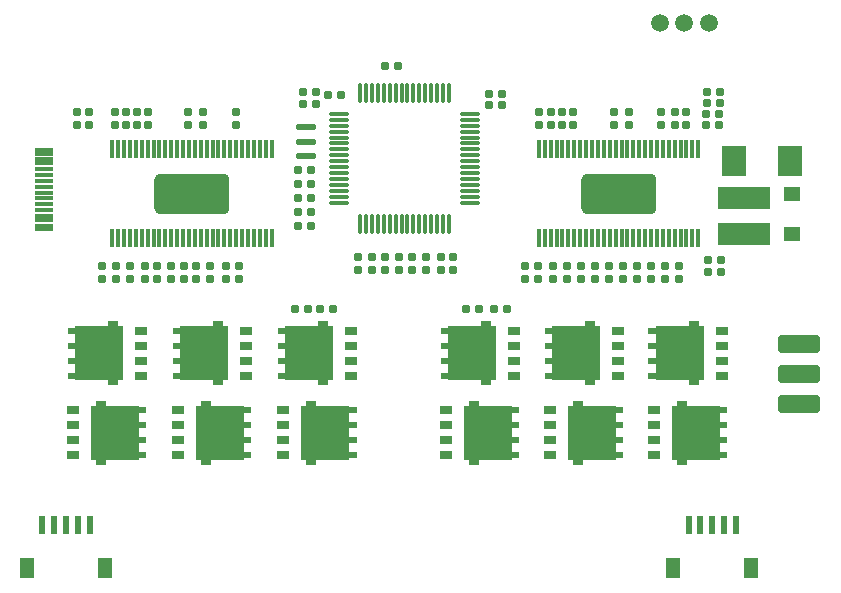
<source format=gtp>
G04 Layer_Color=8421504*
%FSLAX25Y25*%
%MOIN*%
G70*
G01*
G75*
G04:AMPARAMS|DCode=10|XSize=23.62mil|YSize=25.59mil|CornerRadius=2.95mil|HoleSize=0mil|Usage=FLASHONLY|Rotation=270.000|XOffset=0mil|YOffset=0mil|HoleType=Round|Shape=RoundedRectangle|*
%AMROUNDEDRECTD10*
21,1,0.02362,0.01968,0,0,270.0*
21,1,0.01772,0.02559,0,0,270.0*
1,1,0.00591,-0.00984,-0.00886*
1,1,0.00591,-0.00984,0.00886*
1,1,0.00591,0.00984,0.00886*
1,1,0.00591,0.00984,-0.00886*
%
%ADD10ROUNDEDRECTD10*%
%ADD11R,0.17716X0.07480*%
%ADD12R,0.03937X0.02953*%
%ADD13R,0.04252X0.02284*%
%ADD14R,0.16142X0.18110*%
%ADD15R,0.03563X0.03543*%
%ADD16O,0.07087X0.01968*%
G04:AMPARAMS|DCode=17|XSize=250mil|YSize=133.86mil|CornerRadius=16.73mil|HoleSize=0mil|Usage=FLASHONLY|Rotation=0.000|XOffset=0mil|YOffset=0mil|HoleType=Round|Shape=RoundedRectangle|*
%AMROUNDEDRECTD17*
21,1,0.25000,0.10039,0,0,0.0*
21,1,0.21654,0.13386,0,0,0.0*
1,1,0.03347,0.10827,-0.05020*
1,1,0.03347,-0.10827,-0.05020*
1,1,0.03347,-0.10827,0.05020*
1,1,0.03347,0.10827,0.05020*
%
%ADD17ROUNDEDRECTD17*%
%ADD18R,0.01181X0.06102*%
%ADD19R,0.06299X0.01181*%
%ADD20O,0.01102X0.07070*%
%ADD21O,0.07070X0.01102*%
%ADD22C,0.05905*%
G04:AMPARAMS|DCode=23|XSize=23.62mil|YSize=25.59mil|CornerRadius=2.95mil|HoleSize=0mil|Usage=FLASHONLY|Rotation=180.000|XOffset=0mil|YOffset=0mil|HoleType=Round|Shape=RoundedRectangle|*
%AMROUNDEDRECTD23*
21,1,0.02362,0.01968,0,0,180.0*
21,1,0.01772,0.02559,0,0,180.0*
1,1,0.00591,-0.00886,0.00984*
1,1,0.00591,0.00886,0.00984*
1,1,0.00591,0.00886,-0.00984*
1,1,0.00591,-0.00886,-0.00984*
%
%ADD23ROUNDEDRECTD23*%
%ADD24R,0.04724X0.07087*%
%ADD25R,0.02362X0.06102*%
G04:AMPARAMS|DCode=26|XSize=59.05mil|YSize=137.8mil|CornerRadius=7.38mil|HoleSize=0mil|Usage=FLASHONLY|Rotation=90.000|XOffset=0mil|YOffset=0mil|HoleType=Round|Shape=RoundedRectangle|*
%AMROUNDEDRECTD26*
21,1,0.05905,0.12303,0,0,90.0*
21,1,0.04429,0.13780,0,0,90.0*
1,1,0.01476,0.06152,0.02215*
1,1,0.01476,0.06152,-0.02215*
1,1,0.01476,-0.06152,-0.02215*
1,1,0.01476,-0.06152,0.02215*
%
%ADD26ROUNDEDRECTD26*%
%ADD27R,0.05512X0.04724*%
%ADD28R,0.07874X0.09842*%
D10*
X34199Y-24655D02*
D03*
Y-28986D02*
D03*
X202829Y-75960D02*
D03*
Y-80291D02*
D03*
X216854Y-75960D02*
D03*
Y-80291D02*
D03*
X188804Y-75960D02*
D03*
Y-80291D02*
D03*
X188122Y-29065D02*
D03*
Y-24735D02*
D03*
X191856Y-29065D02*
D03*
Y-24735D02*
D03*
X193479Y-75960D02*
D03*
Y-80291D02*
D03*
X207504Y-75960D02*
D03*
Y-80291D02*
D03*
X221529Y-75960D02*
D03*
Y-80291D02*
D03*
X225089Y-28986D02*
D03*
Y-24655D02*
D03*
X229689D02*
D03*
Y-28986D02*
D03*
X233189D02*
D03*
Y-24655D02*
D03*
X61540Y-75960D02*
D03*
Y-80291D02*
D03*
X74689Y-75960D02*
D03*
Y-80291D02*
D03*
X47867Y-75960D02*
D03*
Y-80291D02*
D03*
X46562Y-28986D02*
D03*
Y-24655D02*
D03*
X50196Y-28986D02*
D03*
Y-24655D02*
D03*
X52989Y-75960D02*
D03*
Y-80291D02*
D03*
X66098Y-75960D02*
D03*
Y-80291D02*
D03*
X79771Y-75960D02*
D03*
Y-80291D02*
D03*
X83329Y-29054D02*
D03*
Y-24724D02*
D03*
X30329Y-24655D02*
D03*
Y-28986D02*
D03*
X132986Y-77254D02*
D03*
Y-72924D02*
D03*
X142083D02*
D03*
Y-77254D02*
D03*
X183829Y-80291D02*
D03*
Y-75960D02*
D03*
X179589Y-80291D02*
D03*
Y-75960D02*
D03*
X184389Y-24735D02*
D03*
Y-29065D02*
D03*
X195589D02*
D03*
Y-24735D02*
D03*
X198154Y-80291D02*
D03*
Y-75960D02*
D03*
X209316Y-28986D02*
D03*
Y-24655D02*
D03*
X214117D02*
D03*
Y-28986D02*
D03*
X212179Y-80291D02*
D03*
Y-75960D02*
D03*
X226204Y-80291D02*
D03*
Y-75960D02*
D03*
X230789D02*
D03*
Y-80291D02*
D03*
X146632Y-72924D02*
D03*
Y-77254D02*
D03*
X43310Y-80291D02*
D03*
Y-75960D02*
D03*
X38752Y-80291D02*
D03*
Y-75960D02*
D03*
X42929Y-24655D02*
D03*
Y-28986D02*
D03*
X53829D02*
D03*
Y-24655D02*
D03*
X56983Y-80291D02*
D03*
Y-75960D02*
D03*
X67317Y-29054D02*
D03*
Y-24724D02*
D03*
X72117Y-24724D02*
D03*
Y-29054D02*
D03*
X69889Y-80365D02*
D03*
Y-76035D02*
D03*
X84329Y-80291D02*
D03*
Y-75960D02*
D03*
X128437Y-72924D02*
D03*
Y-77254D02*
D03*
X151689Y-77265D02*
D03*
Y-72935D02*
D03*
X137535Y-77254D02*
D03*
Y-72924D02*
D03*
X123889Y-77254D02*
D03*
Y-72924D02*
D03*
X155729Y-77254D02*
D03*
Y-72924D02*
D03*
D11*
X252700Y-65502D02*
D03*
Y-53298D02*
D03*
D12*
X210521Y-112556D02*
D03*
Y-107555D02*
D03*
Y-102556D02*
D03*
Y-97556D02*
D03*
X245160Y-112556D02*
D03*
Y-107555D02*
D03*
Y-102556D02*
D03*
Y-97556D02*
D03*
X153306Y-124206D02*
D03*
Y-129206D02*
D03*
Y-134205D02*
D03*
Y-139206D02*
D03*
X187945Y-124188D02*
D03*
Y-129188D02*
D03*
Y-134188D02*
D03*
Y-139188D02*
D03*
X222583Y-124188D02*
D03*
Y-129188D02*
D03*
Y-134188D02*
D03*
Y-139188D02*
D03*
X51529Y-112556D02*
D03*
Y-107555D02*
D03*
Y-102556D02*
D03*
Y-97556D02*
D03*
X86569Y-112556D02*
D03*
Y-107555D02*
D03*
Y-102556D02*
D03*
Y-97556D02*
D03*
X121610Y-112556D02*
D03*
Y-107555D02*
D03*
Y-102556D02*
D03*
Y-97556D02*
D03*
X28953Y-124206D02*
D03*
Y-129206D02*
D03*
Y-134205D02*
D03*
Y-139206D02*
D03*
X63993Y-124206D02*
D03*
Y-129206D02*
D03*
Y-134205D02*
D03*
Y-139206D02*
D03*
X99033Y-124206D02*
D03*
Y-129206D02*
D03*
Y-134205D02*
D03*
Y-139206D02*
D03*
X175883Y-112556D02*
D03*
Y-107555D02*
D03*
Y-102556D02*
D03*
Y-97556D02*
D03*
D13*
X188102Y-112556D02*
D03*
Y-102556D02*
D03*
Y-97556D02*
D03*
Y-107555D02*
D03*
X222741Y-112556D02*
D03*
Y-102556D02*
D03*
Y-97556D02*
D03*
Y-107555D02*
D03*
X175725Y-124206D02*
D03*
Y-134205D02*
D03*
Y-139206D02*
D03*
Y-129206D02*
D03*
X210364Y-124188D02*
D03*
Y-134188D02*
D03*
Y-139188D02*
D03*
Y-129188D02*
D03*
X245002Y-124188D02*
D03*
Y-134188D02*
D03*
Y-139188D02*
D03*
Y-129188D02*
D03*
X29110Y-112556D02*
D03*
Y-102556D02*
D03*
Y-97556D02*
D03*
Y-107555D02*
D03*
X64151Y-112556D02*
D03*
Y-102556D02*
D03*
Y-97556D02*
D03*
Y-107555D02*
D03*
X99191Y-112556D02*
D03*
Y-102556D02*
D03*
Y-97556D02*
D03*
Y-107555D02*
D03*
X51372Y-124206D02*
D03*
Y-134205D02*
D03*
Y-139206D02*
D03*
Y-129206D02*
D03*
X86412Y-124206D02*
D03*
Y-134205D02*
D03*
Y-139206D02*
D03*
Y-129206D02*
D03*
X121452Y-124206D02*
D03*
Y-134205D02*
D03*
Y-139206D02*
D03*
Y-129206D02*
D03*
X153464Y-112556D02*
D03*
Y-102556D02*
D03*
Y-97556D02*
D03*
Y-107555D02*
D03*
D14*
X196525Y-105055D02*
D03*
X231164D02*
D03*
X167302Y-131705D02*
D03*
X201941Y-131688D02*
D03*
X236579D02*
D03*
X37533Y-105055D02*
D03*
X72573D02*
D03*
X107614D02*
D03*
X42949Y-131705D02*
D03*
X77989D02*
D03*
X113029D02*
D03*
X161887Y-105055D02*
D03*
D15*
X201221Y-95955D02*
D03*
Y-114155D02*
D03*
X235860Y-95955D02*
D03*
Y-114155D02*
D03*
X162606Y-140805D02*
D03*
Y-122606D02*
D03*
X197245Y-140788D02*
D03*
Y-122588D02*
D03*
X231883Y-140788D02*
D03*
Y-122588D02*
D03*
X42229Y-95955D02*
D03*
Y-114155D02*
D03*
X77270Y-95955D02*
D03*
Y-114155D02*
D03*
X112310Y-95955D02*
D03*
Y-114155D02*
D03*
X38253Y-140805D02*
D03*
Y-122606D02*
D03*
X73293Y-140805D02*
D03*
Y-122606D02*
D03*
X108333Y-140805D02*
D03*
Y-122606D02*
D03*
X166583Y-95955D02*
D03*
Y-114155D02*
D03*
D16*
X106517Y-39309D02*
D03*
Y-34589D02*
D03*
Y-29869D02*
D03*
D17*
X210793Y-51885D02*
D03*
X68561D02*
D03*
D18*
X237368Y-66647D02*
D03*
X235399D02*
D03*
X233431D02*
D03*
X231462D02*
D03*
X229494D02*
D03*
X227525D02*
D03*
X225557D02*
D03*
X223588D02*
D03*
X221620D02*
D03*
X219651D02*
D03*
X217683D02*
D03*
X215714D02*
D03*
X213746D02*
D03*
X211777D02*
D03*
X209809D02*
D03*
X207840D02*
D03*
X205872D02*
D03*
X203903D02*
D03*
X201935D02*
D03*
X199966D02*
D03*
X197998D02*
D03*
X196029D02*
D03*
X194061D02*
D03*
X192092D02*
D03*
X190124D02*
D03*
X188155D02*
D03*
X186187D02*
D03*
X184218D02*
D03*
Y-37121D02*
D03*
X186187D02*
D03*
X188155D02*
D03*
X190124D02*
D03*
X192092D02*
D03*
X194061D02*
D03*
X196029D02*
D03*
X197998D02*
D03*
X199966D02*
D03*
X201935D02*
D03*
X203903D02*
D03*
X205872D02*
D03*
X207840D02*
D03*
X209809D02*
D03*
X211777D02*
D03*
X213746D02*
D03*
X215714D02*
D03*
X217683D02*
D03*
X219651D02*
D03*
X221620D02*
D03*
X223588D02*
D03*
X225557D02*
D03*
X227525D02*
D03*
X229494D02*
D03*
X231462D02*
D03*
X233431D02*
D03*
X235399D02*
D03*
X237368D02*
D03*
X95136Y-66647D02*
D03*
X93167D02*
D03*
X91199D02*
D03*
X89230D02*
D03*
X87262D02*
D03*
X85293D02*
D03*
X83325D02*
D03*
X81356D02*
D03*
X79388D02*
D03*
X77419D02*
D03*
X75451D02*
D03*
X73482D02*
D03*
X71514D02*
D03*
X69545D02*
D03*
X67577D02*
D03*
X65608D02*
D03*
X63640D02*
D03*
X61671D02*
D03*
X59703D02*
D03*
X57734D02*
D03*
X55766D02*
D03*
X53797D02*
D03*
X51829D02*
D03*
X49860D02*
D03*
X47892D02*
D03*
X45923D02*
D03*
X43955D02*
D03*
X41986D02*
D03*
Y-37121D02*
D03*
X43955D02*
D03*
X45923D02*
D03*
X47892D02*
D03*
X49860D02*
D03*
X51829D02*
D03*
X53797D02*
D03*
X55766D02*
D03*
X57734D02*
D03*
X59703D02*
D03*
X61671D02*
D03*
X63640D02*
D03*
X65608D02*
D03*
X67577D02*
D03*
X69545D02*
D03*
X71514D02*
D03*
X73482D02*
D03*
X75451D02*
D03*
X77419D02*
D03*
X79388D02*
D03*
X81356D02*
D03*
X83325D02*
D03*
X85293D02*
D03*
X87262D02*
D03*
X89230D02*
D03*
X91199D02*
D03*
X93167D02*
D03*
X95136D02*
D03*
D19*
X19379Y-41710D02*
D03*
Y-40529D02*
D03*
Y-37379D02*
D03*
Y-38560D02*
D03*
Y-43678D02*
D03*
Y-45647D02*
D03*
Y-47615D02*
D03*
Y-49584D02*
D03*
Y-51552D02*
D03*
Y-53521D02*
D03*
Y-55488D02*
D03*
Y-57458D02*
D03*
X19379Y-59426D02*
D03*
Y-60608D02*
D03*
X19379Y-62576D02*
D03*
X19379Y-63757D02*
D03*
D20*
X124665Y-18271D02*
D03*
X126634D02*
D03*
X128602D02*
D03*
X130571D02*
D03*
X132539D02*
D03*
X134508D02*
D03*
X136476D02*
D03*
X138445D02*
D03*
X140413D02*
D03*
X142382D02*
D03*
X144350D02*
D03*
X146319D02*
D03*
X148287D02*
D03*
X150256D02*
D03*
X152224D02*
D03*
X154193D02*
D03*
Y-61971D02*
D03*
X152224D02*
D03*
X150256D02*
D03*
X148287D02*
D03*
X146319D02*
D03*
X144350D02*
D03*
X142382D02*
D03*
X140413D02*
D03*
X138445D02*
D03*
X136476D02*
D03*
X134508D02*
D03*
X132539D02*
D03*
X130571D02*
D03*
X128602D02*
D03*
X126634D02*
D03*
X124665D02*
D03*
D21*
X161279Y-25357D02*
D03*
Y-27325D02*
D03*
Y-29294D02*
D03*
Y-31262D02*
D03*
Y-33231D02*
D03*
Y-35199D02*
D03*
Y-37168D02*
D03*
Y-39136D02*
D03*
Y-41105D02*
D03*
Y-43073D02*
D03*
Y-45041D02*
D03*
Y-47010D02*
D03*
Y-48978D02*
D03*
Y-50947D02*
D03*
Y-52916D02*
D03*
Y-54884D02*
D03*
X117579Y-54884D02*
D03*
Y-52916D02*
D03*
Y-50947D02*
D03*
Y-48978D02*
D03*
Y-47010D02*
D03*
Y-45041D02*
D03*
Y-43073D02*
D03*
Y-41105D02*
D03*
Y-39136D02*
D03*
Y-37168D02*
D03*
Y-35199D02*
D03*
Y-33231D02*
D03*
Y-31262D02*
D03*
Y-29294D02*
D03*
Y-27325D02*
D03*
Y-25357D02*
D03*
D22*
X224589Y5000D02*
D03*
X232739D02*
D03*
X240889D02*
D03*
D23*
X173582Y-90489D02*
D03*
X169251D02*
D03*
X244354Y-29000D02*
D03*
X240024D02*
D03*
X164394Y-90489D02*
D03*
X160064D02*
D03*
X240124Y-21600D02*
D03*
X244454D02*
D03*
X103051Y-90489D02*
D03*
X107382D02*
D03*
X111164D02*
D03*
X115495D02*
D03*
X132924Y-9400D02*
D03*
X137254D02*
D03*
X105624Y-22000D02*
D03*
X109954D02*
D03*
X103824Y-48750D02*
D03*
X108154D02*
D03*
X103824Y-44100D02*
D03*
X108154D02*
D03*
X240524Y-78100D02*
D03*
X244854D02*
D03*
Y-74000D02*
D03*
X240524D02*
D03*
X240124Y-18000D02*
D03*
X244454D02*
D03*
X244389Y-25400D02*
D03*
X240058D02*
D03*
X103824Y-53400D02*
D03*
X108154D02*
D03*
X103824Y-58050D02*
D03*
X108154D02*
D03*
X171882Y-18689D02*
D03*
X167551D02*
D03*
X105624Y-18100D02*
D03*
X109954D02*
D03*
X103824Y-62700D02*
D03*
X108154D02*
D03*
X171882Y-22489D02*
D03*
X167551D02*
D03*
X113824Y-19000D02*
D03*
X118154D02*
D03*
D24*
X13637Y-176791D02*
D03*
X39621D02*
D03*
X229032D02*
D03*
X255016D02*
D03*
D25*
X34503Y-162420D02*
D03*
X30566D02*
D03*
X26629D02*
D03*
X22692D02*
D03*
X18755D02*
D03*
X249898D02*
D03*
X245961D02*
D03*
X242024D02*
D03*
X238087D02*
D03*
X234150D02*
D03*
D26*
X271017Y-101989D02*
D03*
Y-111989D02*
D03*
Y-121989D02*
D03*
D27*
X268489Y-65493D02*
D03*
Y-52107D02*
D03*
D28*
X267781Y-41020D02*
D03*
X249277D02*
D03*
M02*

</source>
